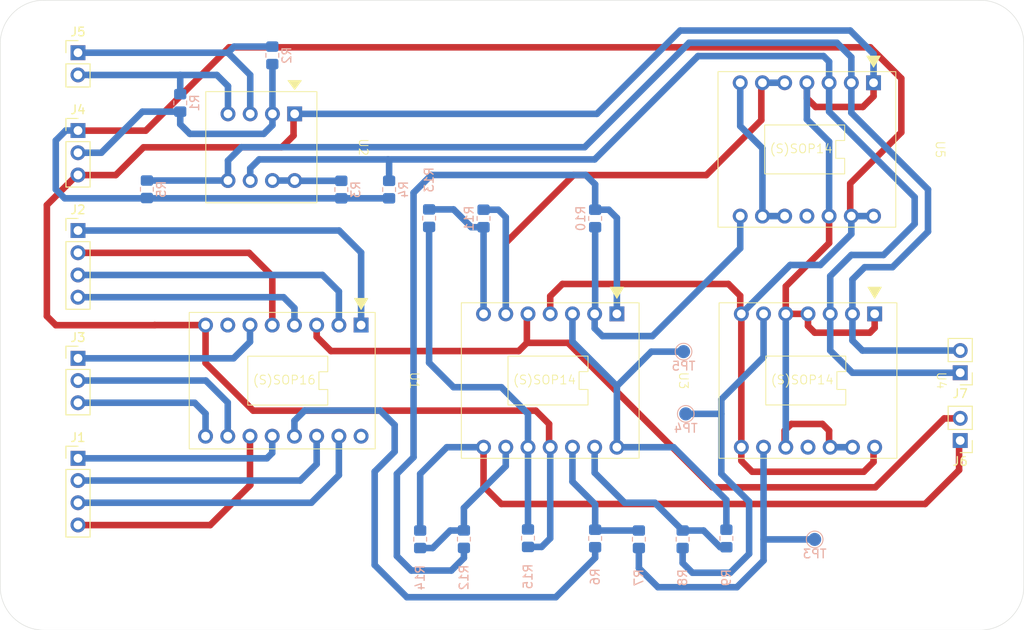
<source format=kicad_pcb>
(kicad_pcb (version 20241229) (generator "pcbnew") (generator_version "9.0")
  (layers (0 "F.Cu" signal) (2 "B.Cu" signal) (13 "F.Paste" user) (15 "B.Paste" user) (5 "F.SilkS" user "F.Silkscreen") (7 "B.SilkS" user "B.Silkscreen") (1 "F.Mask" user) (3 "B.Mask" user) (25 "Edge.Cuts" user))
  (net 0 "")
  (net 1 "+3.3V")
  (net 2 "GND")
  (net 3 "+3V3")
  (net 4 "Net-(U2-EN)")
  (net 5 "+5V")
  (net 6 "/Software Defined Instrumentation Amplifier/V_{offset+}")
  (net 7 "/Software Defined Instrumentation Amplifier/V_{offset-}")
  (net 8 "/S0A")
  (net 9 "/S3A")
  (net 10 "/S1A")
  (net 11 "/S2A")
  (net 12 "/S1B")
  (net 13 "/S3B")
  (net 14 "/S0B")
  (net 15 "/S2B")
  (net 16 "/SEL0")
  (net 17 "/~{EN}")
  (net 18 "/SEL1")
  (net 19 "/I2C_SCL_{1}")
  (net 20 "/I2C_SDA_{1}")
  (net 21 "/OUT+")
  (net 22 "/OUT-")
  (net 23 "/I2C_SCL_{1}_5V")
  (net 24 "/I2C_SDA_{1}_5V")
  (net 25 "Net-(U3D-+)")
  (net 26 "/SEN+")
  (net 27 "Net-(U3D--)")
  (net 28 "/Software Defined Instrumentation Amplifier/V_SENSOR_WITH_DC_OFFSET")
  (net 29 "Net-(R10-Pad1)")
  (net 30 "/Software Defined Instrumentation Amplifier/RGain+")
  (net 31 "Net-(R11-Pad2)")
  (net 32 "/Software Defined Instrumentation Amplifier/RGain-")
  (net 33 "Net-(U3C--)")
  (net 34 "Net-(U3C-+)")
  (net 37 "Net-(U5-P0B)")
  (footprint "Connector_PinHeader_2.54mm:PinHeader_1x04_P2.54mm_Vertical" (layer "F.Cu") (at 135.89 60.325)
    (property "Reference" "J2" (at 0 -2.38 0) (layer "F.SilkS"))
    (property "Value" "Conn_01x04_Pin")
    (pad "1" thru_hole rect (at 0 0) (size 1.7 1.7) (drill 1) (layers "*.Cu" "*.Mask") (net 14 "/S0B"))
    (pad "2" thru_hole circle (at 0 2.54) (size 1.7 1.7) (drill 1) (layers "*.Cu" "*.Mask") (net 12 "/S1B"))
    (pad "3" thru_hole circle (at 0 5.08) (size 1.7 1.7) (drill 1) (layers "*.Cu" "*.Mask") (net 15 "/S2B"))
    (pad "4" thru_hole circle (at 0 7.62) (size 1.7 1.7) (drill 1) (layers "*.Cu" "*.Mask") (net 13 "/S3B"))
  )
  (footprint "SOPBreakout:(S)SOP14" (layer "F.Cu") (at 219.202 51.054 -90)
    (property "Reference" "U5" (at 0 -15.24 270) (layer "F.SilkS") (effects (font (thickness 0.1))))
    (property "Value" "MCP4651T-503E_ST")
    (fp_text user "(S)SOP14" (at 0.508 4.318 0) (layer "F.SilkS") (effects (font (thickness 0.1)) (justify left bottom)))
    (pad "1" thru_hole rect (at -7.62 -7.62 270) (size 1.7 1.7) (drill 1) (layers "*.Cu" "*.Mask") (net 2 "GND"))
    (pad "2" thru_hole circle (at -7.62 -5.08 270) (size 1.7 1.7) (drill 1) (layers "*.Cu" "*.Mask") (net 23 "/I2C_SCL_{1}_5V"))
    (pad "3" thru_hole circle (at -7.62 -2.54 270) (size 1.7 1.7) (drill 1) (layers "*.Cu" "*.Mask") (net 24 "/I2C_SDA_{1}_5V"))
    (pad "4" thru_hole circle (at -7.62 0 270) (size 1.7 1.7) (drill 1) (layers "*.Cu" "*.Mask") (net 2 "GND"))
    (pad "5" thru_hole circle (at -7.62 2.54 270) (size 1.7 1.7) (drill 1) (layers "*.Cu" "*.Mask") (net 32 "/Software Defined Instrumentation Amplifier/RGain-"))
    (pad "6" thru_hole circle (at -7.62 5.08 270) (size 1.7 1.7) (drill 1) (layers "*.Cu" "*.Mask") (net 32 "/Software Defined Instrumentation Amplifier/RGain-"))
    (pad "7" thru_hole circle (at -7.62 7.62 270) (size 1.7 1.7) (drill 1) (layers "*.Cu" "*.Mask") (net 37 "Net-(U5-P0B)"))
    (pad "8" thru_hole circle (at 7.62 7.62 270) (size 1.7 1.7) (drill 1) (layers "*.Cu" "*.Mask") (net 30 "/Software Defined Instrumentation Amplifier/RGain+"))
    (pad "9" thru_hole circle (at 7.62 5.08 270) (size 1.7 1.7) (drill 1) (layers "*.Cu" "*.Mask") (net 37 "Net-(U5-P0B)"))
    (pad "10" thru_hole circle (at 7.62 2.54 270) (size 1.7 1.7) (drill 1) (layers "*.Cu" "*.Mask") (net 37 "Net-(U5-P0B)"))
    (pad "11" thru_hole circle (at 7.62 0 270) (size 1.7 1.7) (drill 1) (layers "*.Cu" "*.Mask"))
    (pad "12" thru_hole circle (at 7.62 -2.54 270) (size 1.7 1.7) (drill 1) (layers "*.Cu" "*.Mask") (net 2 "GND"))
    (pad "13" thru_hole circle (at 7.62 -5.08 270) (size 1.7 1.7) (drill 1) (layers "*.Cu" "*.Mask") (net 5 "+5V"))
    (pad "14" thru_hole circle (at 7.62 -7.62 270) (size 1.7 1.7) (drill 1) (layers "*.Cu" "*.Mask") (net 5 "+5V"))
  )
  (footprint "SOPBreakout:(S)SOP16" (layer "F.Cu") (at 159.3596 77.4816 -90)
    (property "Reference" "U1" (at 0 -14.986 270) (layer "F.SilkS") (effects (font (thickness 0.1))))
    (property "Value" "TMUX1309")
    (fp_text user "(S)SOP16" (at 0.508 3.556 0) (layer "F.SilkS") (effects (font (thickness 0.1)) (justify left bottom)))
    (pad "1" thru_hole rect (at -6.35 -8.89 270) (size 1.7 1.7) (drill 1) (layers "*.Cu" "*.Mask") (net 14 "/S0B"))
    (pad "2" thru_hole circle (at -6.35 -6.35 270) (size 1.7 1.7) (drill 1) (layers "*.Cu" "*.Mask") (net 15 "/S2B"))
    (pad "3" thru_hole circle (at -6.35 -3.81 270) (size 1.7 1.7) (drill 1) (layers "*.Cu" "*.Mask") (net 22 "/OUT-"))
    (pad "4" thru_hole circle (at -6.35 -1.27 270) (size 1.7 1.7) (drill 1) (layers "*.Cu" "*.Mask") (net 13 "/S3B"))
    (pad "5" thru_hole circle (at -6.35 1.27 270) (size 1.7 1.7) (drill 1) (layers "*.Cu" "*.Mask") (net 12 "/S1B"))
    (pad "6" thru_hole circle (at -6.35 3.81 270) (size 1.7 1.7) (drill 1) (layers "*.Cu" "*.Mask") (net 17 "/~{EN}"))
    (pad "7" thru_hole circle (at -6.35 6.35 270) (size 1.7 1.7) (drill 1) (layers "*.Cu" "*.Mask"))
    (pad "8" thru_hole circle (at -6.35 8.89 270) (size 1.7 1.7) (drill 1) (layers "*.Cu" "*.Mask") (net 2 "GND"))
    (pad "9" thru_hole circle (at 6.35 8.89 270) (size 1.7 1.7) (drill 1) (layers "*.Cu" "*.Mask") (net 18 "/SEL1"))
    (pad "10" thru_hole circle (at 6.35 6.35 270) (size 1.7 1.7) (drill 1) (layers "*.Cu" "*.Mask") (net 16 "/SEL0"))
    (pad "11" thru_hole circle (at 6.35 3.81 270) (size 1.7 1.7) (drill 1) (layers "*.Cu" "*.Mask") (net 9 "/S3A"))
    (pad "12" thru_hole circle (at 6.35 1.27 270) (size 1.7 1.7) (drill 1) (layers "*.Cu" "*.Mask") (net 8 "/S0A"))
    (pad "13" thru_hole circle (at 6.35 -1.27 270) (size 1.7 1.7) (drill 1) (layers "*.Cu" "*.Mask") (net 26 "/SEN+"))
    (pad "14" thru_hole circle (at 6.35 -3.81 270) (size 1.7 1.7) (drill 1) (layers "*.Cu" "*.Mask") (net 10 "/S1A"))
    (pad "15" thru_hole circle (at 6.35 -6.35 270) (size 1.7 1.7) (drill 1) (layers "*.Cu" "*.Mask") (net 11 "/S2A"))
    (pad "16" thru_hole circle (at 6.35 -8.89 270) (size 1.7 1.7) (drill 1) (layers "*.Cu" "*.Mask") (net 1 "+3.3V"))
  )
  (footprint "Connector_PinHeader_2.54mm:PinHeader_1x04_P2.54mm_Vertical" (layer "F.Cu") (at 135.89 86.36)
    (property "Reference" "J1" (at 0 -2.38 0) (layer "F.SilkS"))
    (property "Value" "Conn_01x04_Pin")
    (pad "1" thru_hole rect (at 0 0) (size 1.7 1.7) (drill 1) (layers "*.Cu" "*.Mask") (net 8 "/S0A"))
    (pad "2" thru_hole circle (at 0 2.54) (size 1.7 1.7) (drill 1) (layers "*.Cu" "*.Mask") (net 10 "/S1A"))
    (pad "3" thru_hole circle (at 0 5.08) (size 1.7 1.7) (drill 1) (layers "*.Cu" "*.Mask") (net 11 "/S2A"))
    (pad "4" thru_hole circle (at 0 7.62) (size 1.7 1.7) (drill 1) (layers "*.Cu" "*.Mask") (net 9 "/S3A"))
  )
  (footprint "SOPBreakout:(S)SOP14" (layer "F.Cu") (at 219.329 77.47 -90)
    (property "Reference" "U4" (at 0 -15.24 270) (layer "F.SilkS") (effects (font (thickness 0.1))))
    (property "Value" "MCP4651T-503E_ST")
    (fp_text user "(S)SOP14" (at 0.508 4.318 0) (layer "F.SilkS") (effects (font (thickness 0.1)) (justify left bottom)))
    (pad "1" thru_hole rect (at -7.62 -7.62 270) (size 1.7 1.7) (drill 1) (layers "*.Cu" "*.Mask") (net 2 "GND"))
    (pad "2" thru_hole circle (at -7.62 -5.08 270) (size 1.7 1.7) (drill 1) (layers "*.Cu" "*.Mask") (net 23 "/I2C_SCL_{1}_5V"))
    (pad "3" thru_hole circle (at -7.62 -2.54 270) (size 1.7 1.7) (drill 1) (layers "*.Cu" "*.Mask") (net 24 "/I2C_SDA_{1}_5V"))
    (pad "4" thru_hole circle (at -7.62 0 270) (size 1.7 1.7) (drill 1) (layers "*.Cu" "*.Mask") (net 2 "GND"))
    (pad "5" thru_hole circle (at -7.62 2.54 270) (size 1.7 1.7) (drill 1) (layers "*.Cu" "*.Mask") (net 2 "GND"))
    (pad "6" thru_hole circle (at -7.62 5.08 270) (size 1.7 1.7) (drill 1) (layers "*.Cu" "*.Mask") (net 7 "/Software Defined Instrumentation Amplifier/V_{offset-}"))
    (pad "7" thru_hole circle (at -7.62 7.62 270) (size 1.7 1.7) (drill 1) (layers "*.Cu" "*.Mask") (net 5 "+5V"))
    (pad "8" thru_hole circle (at 7.62 7.62 270) (size 1.7 1.7) (drill 1) (layers "*.Cu" "*.Mask") (net 5 "+5V"))
    (pad "9" thru_hole circle (at 7.62 5.08 270) (size 1.7 1.7) (drill 1) (layers "*.Cu" "*.Mask") (net 6 "/Software Defined Instrumentation Amplifier/V_{offset+}"))
    (pad "10" thru_hole circle (at 7.62 2.54 270) (size 1.7 1.7) (drill 1) (layers "*.Cu" "*.Mask") (net 2 "GND"))
    (pad "11" thru_hole circle (at 7.62 0 270) (size 1.7 1.7) (drill 1) (layers "*.Cu" "*.Mask"))
    (pad "12" thru_hole circle (at 7.62 -2.54 270) (size 1.7 1.7) (drill 1) (layers "*.Cu" "*.Mask") (net 2 "GND"))
    (pad "13" thru_hole circle (at 7.62 -5.08 270) (size 1.7 1.7) (drill 1) (layers "*.Cu" "*.Mask") (net 2 "GND"))
    (pad "14" thru_hole circle (at 7.62 -7.62 270) (size 1.7 1.7) (drill 1) (layers "*.Cu" "*.Mask") (net 5 "+5V"))
  )
  (footprint "Connector_PinHeader_2.54mm:PinHeader_1x03_P2.54mm_Vertical" (layer "F.Cu") (at 135.89 48.895)
    (property "Reference" "J4" (at 0 -2.38 0) (layer "F.SilkS"))
    (property "Value" "Conn_01x03_Pin")
    (pad "1" thru_hole rect (at 0 0) (size 1.7 1.7) (drill 1) (layers "*.Cu" "*.Mask") (net 5 "+5V"))
    (pad "2" thru_hole circle (at 0 2.54) (size 1.7 1.7) (drill 1) (layers "*.Cu" "*.Mask") (net 3 "+3V3"))
    (pad "3" thru_hole circle (at 0 5.08) (size 1.7 1.7) (drill 1) (layers "*.Cu" "*.Mask") (net 2 "GND"))
  )
  (footprint "Connector_PinHeader_2.54mm:PinHeader_1x02_P2.54mm_Vertical" (layer "F.Cu") (at 236.728 76.581 180)
    (property "Reference" "J7" (at 0 -2.38 0) (layer "F.SilkS"))
    (property "Value" "Conn_01x02_Pin")
    (pad "1" thru_hole rect (at 0 0 180) (size 1.7 1.7) (drill 1) (layers "*.Cu" "*.Mask") (net 24 "/I2C_SDA_{1}_5V"))
    (pad "2" thru_hole circle (at 0 2.54 180) (size 1.7 1.7) (drill 1) (layers "*.Cu" "*.Mask") (net 23 "/I2C_SCL_{1}_5V"))
  )
  (footprint "Connector_PinHeader_2.54mm:PinHeader_1x02_P2.54mm_Vertical" (layer "F.Cu") (at 236.728 84.328 180)
    (property "Reference" "J6" (at 0 -2.38 0) (layer "F.SilkS"))
    (property "Value" "Conn_01x02_Pin")
    (pad "1" thru_hole rect (at 0 0 180) (size 1.7 1.7) (drill 1) (layers "*.Cu" "*.Mask") (net 21 "/OUT+"))
    (pad "2" thru_hole circle (at 0 2.54 180) (size 1.7 1.7) (drill 1) (layers "*.Cu" "*.Mask") (net 22 "/OUT-"))
  )
  (footprint "SOPBreakout:(S)SOP14" (layer "F.Cu") (at 189.865 77.47 -90)
    (property "Reference" "U3" (at 0 -15.24 270) (layer "F.SilkS") (effects (font (thickness 0.1))))
    (property "Value" "LMV324")
    (fp_text user "(S)SOP14" (at 0.508 4.318 0) (layer "F.SilkS") (effects (font (thickness 0.1)) (justify left bottom)))
    (pad "1" thru_hole rect (at -7.62 -7.62 270) (size 1.7 1.7) (drill 1) (layers "*.Cu" "*.Mask") (net 29 "Net-(R10-Pad1)"))
    (pad "2" thru_hole circle (at -7.62 -5.08 270) (size 1.7 1.7) (drill 1) (layers "*.Cu" "*.Mask") (net 30 "/Software Defined Instrumentation Amplifier/RGain+"))
    (pad "3" thru_hole circle (at -7.62 -2.54 270) (size 1.7 1.7) (drill 1) (layers "*.Cu" "*.Mask") (net 28 "/Software Defined Instrumentation Amplifier/V_SENSOR_WITH_DC_OFFSET"))
    (pad "4" thru_hole circle (at -7.62 0 270) (size 1.7 1.7) (drill 1) (layers "*.Cu" "*.Mask") (net 5 "+5V"))
    (pad "5" thru_hole circle (at -7.62 2.54 270) (size 1.7 1.7) (drill 1) (layers "*.Cu" "*.Mask") (net 22 "/OUT-"))
    (pad "6" thru_hole circle (at -7.62 5.08 270) (size 1.7 1.7) (drill 1) (layers "*.Cu" "*.Mask") (net 32 "/Software Defined Instrumentation Amplifier/RGain-"))
    (pad "7" thru_hole circle (at -7.62 7.62 270) (size 1.7 1.7) (drill 1) (layers "*.Cu" "*.Mask") (net 31 "Net-(R11-Pad2)"))
    (pad "8" thru_hole circle (at 7.62 7.62 270) (size 1.7 1.7) (drill 1) (layers "*.Cu" "*.Mask") (net 21 "/OUT+"))
    (pad "9" thru_hole circle (at 7.62 5.08 270) (size 1.7 1.7) (drill 1) (layers "*.Cu" "*.Mask") (net 33 "Net-(U3C--)"))
    (pad "10" thru_hole circle (at 7.62 2.54 270) (size 1.7 1.7) (drill 1) (layers "*.Cu" "*.Mask") (net 34 "Net-(U3C-+)"))
    (pad "11" thru_hole circle (at 7.62 0 270) (size 1.7 1.7) (drill 1) (layers "*.Cu" "*.Mask") (net 2 "GND"))
    (pad "12" thru_hole circle (at 7.62 -2.54 270) (size 1.7 1.7) (drill 1) (layers "*.Cu" "*.Mask") (net 25 "Net-(U3D-+)"))
    (pad "13" thru_hole circle (at 7.62 -5.08 270) (size 1.7 1.7) (drill 1) (layers "*.Cu" "*.Mask") (net 27 "Net-(U3D--)"))
    (pad "14" thru_hole circle (at 7.62 -7.62 270) (size 1.7 1.7) (drill 1) (layers "*.Cu" "*.Mask") (net 28 "/Software Defined Instrumentation Amplifier/V_SENSOR_WITH_DC_OFFSET"))
  )
  (footprint "Connector_PinHeader_2.54mm:PinHeader_1x03_P2.54mm_Vertical" (layer "F.Cu") (at 135.89 74.93)
    (property "Reference" "J3" (at 0 -2.38 0) (layer "F.SilkS"))
    (property "Value" "Conn_01x03_Pin")
    (pad "1" thru_hole rect (at 0 0) (size 1.7 1.7) (drill 1) (layers "*.Cu" "*.Mask") (net 17 "/~{EN}"))
    (pad "2" thru_hole circle (at 0 2.54) (size 1.7 1.7) (drill 1) (layers "*.Cu" "*.Mask") (net 16 "/SEL0"))
    (pad "3" thru_hole circle (at 0 5.08) (size 1.7 1.7) (drill 1) (layers "*.Cu" "*.Mask") (net 18 "/SEL1"))
  )
  (footprint "Connector_PinHeader_2.54mm:PinHeader_1x02_P2.54mm_Vertical" (layer "F.Cu") (at 135.89 40)
    (property "Reference" "J5" (at 0 -2.38 0) (layer "F.SilkS"))
    (property "Value" "Conn_01x02_Pin")
    (pad "1" thru_hole rect (at 0 0) (size 1.7 1.7) (drill 1) (layers "*.Cu" "*.Mask") (net 20 "/I2C_SDA_{1}"))
    (pad "2" thru_hole circle (at 0 2.54) (size 1.7 1.7) (drill 1) (layers "*.Cu" "*.Mask") (net 19 "/I2C_SCL_{1}"))
  )
  (footprint "SOPBreakout:(S)SOP8" (layer "F.Cu") (at 156.845 50.8 -90)
    (property "Reference" "U2" (at 0 -11.66 270) (layer "F.SilkS") (effects (font (thickness 0.1))))
    (property "Value" "LSF0102")
    (pad "1" thru_hole rect (at -3.81 -3.81 270) (size 1.7 1.7) (drill 1) (layers "*.Cu" "*.Mask") (net 2 "GND"))
    (pad "2" thru_hole circle (at -3.81 -1.27 270) (size 1.7 1.7) (drill 1) (layers "*.Cu" "*.Mask") (net 3 "+3V3"))
    (pad "3" thru_hole circle (at -3.81 1.27 270) (size 1.7 1.7) (drill 1) (layers "*.Cu" "*.Mask") (net 20 "/I2C_SDA_{1}"))
    (pad "4" thru_hole circle (at -3.81 3.81 270) (size 1.7 1.7) (drill 1) (layers "*.Cu" "*.Mask") (net 19 "/I2C_SCL_{1}"))
    (pad "5" thru_hole circle (at 3.81 3.81 270) (size 1.7 1.7) (drill 1) (layers "*.Cu" "*.Mask") (net 23 "/I2C_SCL_{1}_5V"))
    (pad "6" thru_hole circle (at 3.81 1.27 270) (size 1.7 1.7) (drill 1) (layers "*.Cu" "*.Mask") (net 24 "/I2C_SDA_{1}_5V"))
    (pad "7" thru_hole circle (at 3.81 -1.27 270) (size 1.7 1.7) (drill 1) (layers "*.Cu" "*.Mask") (net 4 "Net-(U2-EN)"))
    (pad "8" thru_hole circle (at 3.81 -3.81 270) (size 1.7 1.7) (drill 1) (layers "*.Cu" "*.Mask") (net 4 "Net-(U2-EN)"))
  )
  (footprint "Resistor_SMD:R_0805_2012Metric_Pad1.20x1.40mm_HandSolder" (layer "B.Cu") (at 158.1 40.3 90)
    (property "Reference" "R2" (at 0 1.65 90) (layer "B.SilkS") (effects (justify mirror)))
    (property "Value" "4k")
    (pad "1" smd roundrect (at -1 0 90) (size 1.2 1.4) (layers "B.Cu" "B.Mask" "B.Paste") (roundrect_rratio 0.208333) (net 3 "+3V3"))
    (pad "2" smd roundrect (at 1 0 90) (size 1.2 1.4) (layers "B.Cu" "B.Mask" "B.Paste") (roundrect_rratio 0.208333) (net 20 "/I2C_SDA_{1}"))
  )
  (footprint "TestPoint:TestPoint_Pad_D1.5mm" (layer "B.Cu") (at 205.359 81.28)
    (property "Reference" "TP4" (at 0 1.648 180) (layer "B.SilkS") (effects (justify mirror)))
    (property "Value" "TestPoint_Small")
    (pad "1" smd circle (at 0 0) (size 1.5 1.5) (layers "B.Cu" "B.Mask") (net 7 "/Software Defined Instrumentation Amplifier/V_{offset-}"))
  )
  (footprint "Resistor_SMD:R_0805_2012Metric_Pad1.20x1.40mm_HandSolder" (layer "B.Cu") (at 195 58.944 -90)
    (property "Reference" "R10" (at 0 1.65 90) (layer "B.SilkS") (effects (justify mirror)))
    (property "Value" "10k")
    (pad "1" smd roundrect (at -1 0 270) (size 1.2 1.4) (layers "B.Cu" "B.Mask" "B.Paste") (roundrect_rratio 0.208333) (net 29 "Net-(R10-Pad1)"))
    (pad "2" smd roundrect (at 1 0 270) (size 1.2 1.4) (layers "B.Cu" "B.Mask" "B.Paste") (roundrect_rratio 0.208333) (net 30 "/Software Defined Instrumentation Amplifier/RGain+"))
  )
  (footprint "Resistor_SMD:R_0805_2012Metric_Pad1.20x1.40mm_HandSolder" (layer "B.Cu") (at 180 95.6 90)
    (property "Reference" "R12" (at -4.385 0 90) (layer "B.SilkS") (effects (justify mirror)))
    (property "Value" "10k")
    (pad "1" smd roundrect (at -1 0 90) (size 1.2 1.4) (layers "B.Cu" "B.Mask" "B.Paste") (roundrect_rratio 0.208333) (net 29 "Net-(R10-Pad1)"))
    (pad "2" smd roundrect (at 1 0 90) (size 1.2 1.4) (layers "B.Cu" "B.Mask" "B.Paste") (roundrect_rratio 0.208333) (net 33 "Net-(U3C--)"))
  )
  (footprint "TestPoint:TestPoint_Pad_D1.5mm" (layer "B.Cu") (at 205.105 74.168)
    (property "Reference" "TP5" (at 0 1.648 180) (layer "B.SilkS") (effects (justify mirror)))
    (property "Value" "TestPoint_Small")
    (pad "1" smd circle (at 0 0) (size 1.5 1.5) (layers "B.Cu" "B.Mask") (net 28 "/Software Defined Instrumentation Amplifier/V_SENSOR_WITH_DC_OFFSET"))
  )
  (footprint "Resistor_SMD:R_0805_2012Metric_Pad1.20x1.40mm_HandSolder" (layer "B.Cu") (at 182.245 58.944 -90)
    (property "Reference" "R11" (at 0 1.65 90) (layer "B.SilkS") (effects (justify mirror)))
    (property "Value" "10k")
    (pad "1" smd roundrect (at -1 0 270) (size 1.2 1.4) (layers "B.Cu" "B.Mask" "B.Paste") (roundrect_rratio 0.208333) (net 32 "/Software Defined Instrumentation Amplifier/RGain-"))
    (pad "2" smd roundrect (at 1 0 270) (size 1.2 1.4) (layers "B.Cu" "B.Mask" "B.Paste") (roundrect_rratio 0.208333) (net 31 "Net-(R11-Pad2)"))
  )
  (footprint "TestPoint:TestPoint_Pad_D1.5mm" (layer "B.Cu") (at 220.091 95.631)
    (property "Reference" "TP3" (at 0 1.648 180) (layer "B.SilkS") (effects (justify mirror)))
    (property "Value" "TestPoint_Small")
    (pad "1" smd circle (at 0 0) (size 1.5 1.5) (layers "B.Cu" "B.Mask") (net 6 "/Software Defined Instrumentation Amplifier/V_{offset+}"))
  )
  (footprint "Resistor_SMD:R_0805_2012Metric_Pad1.20x1.40mm_HandSolder" (layer "B.Cu") (at 165.989 55.642 90)
    (property "Reference" "R3" (at 0 1.65 90) (layer "B.SilkS") (effects (justify mirror)))
    (property "Value" "200k")
    (pad "1" smd roundrect (at -1 0 90) (size 1.2 1.4) (layers "B.Cu" "B.Mask" "B.Paste") (roundrect_rratio 0.208333) (net 5 "+5V"))
    (pad "2" smd roundrect (at 1 0 90) (size 1.2 1.4) (layers "B.Cu" "B.Mask" "B.Paste") (roundrect_rratio 0.208333) (net 4 "Net-(U2-EN)"))
  )
  (footprint "Resistor_SMD:R_0805_2012Metric_Pad1.20x1.40mm_HandSolder" (layer "B.Cu") (at 176.022 58.912 -90)
    (property "Reference" "R13" (at -4.385 0 90) (layer "B.SilkS") (effects (justify mirror)))
    (property "Value" "10k")
    (pad "1" smd roundrect (at -1 0 270) (size 1.2 1.4) (layers "B.Cu" "B.Mask" "B.Paste") (roundrect_rratio 0.208333) (net 31 "Net-(R11-Pad2)"))
    (pad "2" smd roundrect (at 1 0 270) (size 1.2 1.4) (layers "B.Cu" "B.Mask" "B.Paste") (roundrect_rratio 0.208333) (net 34 "Net-(U3C-+)"))
  )
  (footprint "Resistor_SMD:R_0805_2012Metric_Pad1.20x1.40mm_HandSolder" (layer "B.Cu") (at 171.45 55.642 90)
    (property "Reference" "R4" (at 0 1.65 90) (layer "B.SilkS") (effects (justify mirror)))
    (property "Value" "4k")
    (pad "1" smd roundrect (at -1 0 90) (size 1.2 1.4) (layers "B.Cu" "B.Mask" "B.Paste") (roundrect_rratio 0.208333) (net 5 "+5V"))
    (pad "2" smd roundrect (at 1 0 90) (size 1.2 1.4) (layers "B.Cu" "B.Mask" "B.Paste") (roundrect_rratio 0.208333) (net 24 "/I2C_SDA_{1}_5V"))
  )
  (footprint "Resistor_SMD:R_0805_2012Metric_Pad1.20x1.40mm_HandSolder" (layer "B.Cu") (at 175 95.615 90)
    (property "Reference" "R14" (at -4.385 0 90) (layer "B.SilkS") (effects (justify mirror)))
    (property "Value" "10k")
    (pad "1" smd roundrect (at -1 0 90) (size 1.2 1.4) (layers "B.Cu" "B.Mask" "B.Paste") (roundrect_rratio 0.208333) (net 33 "Net-(U3C--)"))
    (pad "2" smd roundrect (at 1 0 90) (size 1.2 1.4) (layers "B.Cu" "B.Mask" "B.Paste") (roundrect_rratio 0.208333) (net 21 "/OUT+"))
  )
  (footprint "Resistor_SMD:R_0805_2012Metric_Pad1.20x1.40mm_HandSolder" (layer "B.Cu") (at 187.325 95.488 -90)
    (property "Reference" "R15" (at 4.385 0 90) (layer "B.SilkS") (effects (justify mirror)))
    (property "Value" "10k")
    (pad "1" smd roundrect (at -1 0 270) (size 1.2 1.4) (layers "B.Cu" "B.Mask" "B.Paste") (roundrect_rratio 0.208333) (net 34 "Net-(U3C-+)"))
    (pad "2" smd roundrect (at 1 0 270) (size 1.2 1.4) (layers "B.Cu" "B.Mask" "B.Paste") (roundrect_rratio 0.208333) (net 2 "GND"))
  )
  (footprint "Resistor_SMD:R_0805_2012Metric_Pad1.20x1.40mm_HandSolder" (layer "B.Cu") (at 205 95.615 90)
    (property "Reference" "R8" (at -4.385 0 90) (layer "B.SilkS") (effects (justify mirror)))
    (property "Value" "10k")
    (pad "1" smd roundrect (at -1 0 90) (size 1.2 1.4) (layers "B.Cu" "B.Mask" "B.Paste") (roundrect_rratio 0.208333) (net 7 "/Software Defined Instrumentation Amplifier/V_{offset-}"))
    (pad "2" smd roundrect (at 1 0 90) (size 1.2 1.4) (layers "B.Cu" "B.Mask" "B.Paste") (roundrect_rratio 0.208333) (net 27 "Net-(U3D--)"))
  )
  (footprint "Resistor_SMD:R_0805_2012Metric_Pad1.20x1.40mm_HandSolder" (layer "B.Cu") (at 147.574 45.736 90)
    (property "Reference" "R1" (at 0 1.65 90) (layer "B.SilkS") (effects (justify mirror)))
    (property "Value" "4k")
    (pad "1" smd roundrect (at -1 0 90) (size 1.2 1.4) (layers "B.Cu" "B.Mask" "B.Paste") (roundrect_rratio 0.208333) (net 3 "+3V3"))
    (pad "2" smd roundrect (at 1 0 90) (size 1.2 1.4) (layers "B.Cu" "B.Mask" "B.Paste") (roundrect_rratio 0.208333) (net 19 "/I2C_SCL_{1}"))
  )
  (footprint "Resistor_SMD:R_0805_2012Metric_Pad1.20x1.40mm_HandSolder" (layer "B.Cu") (at 195 95.52 90)
    (property "Reference" "R6" (at -4.385 0 90) (layer "B.SilkS") (effects (justify mirror)))
    (property "Value" "10k")
    (pad "1" smd roundrect (at -1 0 90) (size 1.2 1.4) (layers "B.Cu" "B.Mask" "B.Paste") (roundrect_rratio 0.208333) (net 26 "/SEN+"))
    (pad "2" smd roundrect (at 1 0 90) (size 1.2 1.4) (layers "B.Cu" "B.Mask" "B.Paste") (roundrect_rratio 0.208333) (net 25 "Net-(U3D-+)"))
  )
  (footprint "Resistor_SMD:R_0805_2012Metric_Pad1.20x1.40mm_HandSolder" (layer "B.Cu") (at 210 95.52 90)
    (property "Reference" "R9" (at -4.48 0 90) (layer "B.SilkS") (effects (justify mirror)))
    (property "Value" "10k")
    (pad "1" smd roundrect (at -1 0 90) (size 1.2 1.4) (layers "B.Cu" "B.Mask" "B.Paste") (roundrect_rratio 0.208333) (net 27 "Net-(U3D--)"))
    (pad "2" smd roundrect (at 1 0 90) (size 1.2 1.4) (layers "B.Cu" "B.Mask" "B.Paste") (roundrect_rratio 0.208333) (net 28 "/Software Defined Instrumentation Amplifier/V_SENSOR_WITH_DC_OFFSET"))
  )
  (footprint "Resistor_SMD:R_0805_2012Metric_Pad1.20x1.40mm_HandSolder" (layer "B.Cu") (at 200 95.615 90)
    (property "Reference" "R7" (at -4.385 0 90) (layer "B.SilkS") (effects (justify mirror)))
    (property "Value" "10k")
    (pad "1" smd roundrect (at -1 0 90) (size 1.2 1.4) (layers "B.Cu" "B.Mask" "B.Paste") (roundrect_rratio 0.208333) (net 6 "/Software Defined Instrumentation Amplifier/V_{offset+}"))
    (pad "2" smd roundrect (at 1 0 90) (size 1.2 1.4) (layers "B.Cu" "B.Mask" "B.Paste") (roundrect_rratio 0.208333) (net 25 "Net-(U3D-+)"))
  )
  (footprint "Resistor_SMD:R_0805_2012Metric_Pad1.20x1.40mm_HandSolder" (layer "B.Cu") (at 143.764 55.61 90)
    (property "Reference" "R5" (at 0 1.65 90) (layer "B.SilkS") (effects (justify mirror)))
    (property "Value" "4k")
    (pad "1" smd roundrect (at -1 0 90) (size 1.2 1.4) (layers "B.Cu" "B.Mask" "B.Paste") (roundrect_rratio 0.208333) (net 5 "+5V"))
    (pad "2" smd roundrect (at 1 0 90) (size 1.2 1.4) (layers "B.Cu" "B.Mask" "B.Paste") (roundrect_rratio 0.208333) (net 23 "/I2C_SCL_{1}_5V"))
  )
  (gr_arc (start 132 106) (mid 128.464466 104.535534) (end 127 101) (stroke (width 0.05)) (layer "Edge.Cuts"))
  (gr_arc (start 239 34) (mid 242.535534 35.464466) (end 244 39) (stroke (width 0.05)) (layer "Edge.Cuts"))
  (gr_arc (start 244 101) (mid 242.535534 104.535534) (end 239 106) (stroke (width 0.05)) (layer "Edge.Cuts"))
  (gr_arc (start 127 39) (mid 128.464466 35.464466) (end 132 34) (stroke (width 0.05)) (layer "Edge.Cuts"))
  (gr_line (start 132 34) (end 239 34) (stroke (width 0.05)) (layer "Edge.Cuts"))
  (gr_line (start 244 39) (end 244 101) (stroke (width 0.05)) (layer "Edge.Cuts"))
  (gr_line (start 127 101) (end 127 39) (stroke (width 0.05)) (layer "Edge.Cuts"))
  (gr_line (start 239 106) (end 132 106) (stroke (width 0.05)) (layer "Edge.Cuts"))
  (segment (start 216.661 83.197) (end 217.423 82.435) (width 0.75) (layer "F.Cu") (net 2))
  (segment (start 219.329 69.85) (end 216.789 69.85) (width 0.75) (layer "F.Cu") (net 2))
  (segment (start 144.6436 71.1436) (end 144.6556 71.1316) (width 0.75) (layer "F.Cu") (net 2))
  (segment (start 216.789 69.85) (end 216.789 66.711) (width 0.75) (layer "F.Cu") (net 2))
  (segment (start 132.333 57.416) (end 132.333 70.116) (width 0.75) (layer "F.Cu") (net 2))
  (segment (start 189.737 82.435) (end 189.737 85.102) (width 0.75) (layer "F.Cu") (net 2))
  (segment (start 221.741 83.197) (end 221.741 85.102) (width 0.75) (layer "F.Cu") (net 2))
  (segment (start 140.207 53.987) (end 135.762 53.987) (width 0.75) (layer "F.Cu") (net 2))
  (segment (start 155.911 80.911) (end 188.213 80.911) (width 0.75) (layer "F.Cu") (net 2))
  (segment (start 216.661 85.102) (end 216.661 83.197) (width 0.75) (layer "F.Cu") (net 2))
  (segment (start 143.382 50.812) (end 140.207 53.987) (width 0.75) (layer "F.Cu") (net 2))
  (segment (start 219.329 71.229) (end 219.329 69.85) (width 0.75) (layer "F.Cu") (net 2))
  (segment (start 226.949 71.451) (end 226.4 72) (width 0.75) (layer "F.Cu") (net 2))
  (segment (start 226.822 43.434) (end 226.822 44.978) (width 0.75) (layer "F.Cu") (net 2))
  (segment (start 220.1 72) (end 219.329 71.229) (width 0.75) (layer "F.Cu") (net 2))
  (segment (start 225.6 46.2) (end 220.2 46.2) (width 0.75) (layer "F.Cu") (net 2))
  (segment (start 226.822 44.978) (end 225.6 46.2) (width 0.75) (layer "F.Cu") (net 2))
  (segment (start 160.527 49.473) (end 159.188 50.812) (width 0.75) (layer "F.Cu") (net 2))
  (segment (start 219.2 43.436) (end 219.202 43.434) (width 0.75) (layer "F.Cu") (net 2))
  (segment (start 159.188 50.812) (end 143.382 50.812) (width 0.75) (layer "F.Cu") (net 2))
  (segment (start 226.949 69.85) (end 226.949 71.451) (width 0.75) (layer "F.Cu") (net 2))
  (segment (start 226.4 72) (end 220.1 72) (width 0.75) (layer "F.Cu") (net 2))
  (segment (start 216.789 66.711) (end 221.742 61.758) (width 0.75) (layer "F.Cu") (net 2))
  (segment (start 144.6556 71.1316) (end 150.4696 71.1316) (width 0.75) (layer "F.Cu") (net 2))
  (segment (start 220.979 82.435) (end 221.741 83.197) (width 0.75) (layer "F.Cu") (net 2))
  (segment (start 135.762 53.987) (end 132.333 57.416) (width 0.75) (layer "F.Cu") (net 2))
  (segment (start 219.2 45.2) (end 219.2 43.436) (width 0.75) (layer "F.Cu") (net 2))
  (segment (start 133.3606 71.1436) (end 144.6436 71.1436) (width 0.75) (layer "F.Cu") (net 2))
  (segment (start 217.423 82.435) (end 220.979 82.435) (width 0.75) (layer "F.Cu") (net 2))
  (segment (start 220.2 46.2) (end 219.2 45.2) (width 0.75) (layer "F.Cu") (net 2))
  (segment (start 221.742 61.758) (end 221.742 58.674) (width 0.75) (layer "F.Cu") (net 2))
  (segment (start 160.527 47.002) (end 160.527 49.473) (width 0.75) (layer "F.Cu") (net 2))
  (segment (start 132.333 70.116) (end 133.3606 71.1436) (width 0.75) (layer "F.Cu") (net 2))
  (segment (start 150.4696 75.4696) (end 155.911 80.911) (width 0.75) (layer "F.Cu") (net 2))
  (segment (start 188.213 80.911) (end 189.737 82.435) (width 0.75) (layer "F.Cu") (net 2))
  (segment (start 150.4696 71.1316) (end 150.4696 75.4696) (width 0.75) (layer "F.Cu") (net 2))
  (segment (start 189.865 95.504) (end 189.865 85.09) (width 0.75) (layer "B.Cu") (net 2))
  (segment (start 224.155 37.465) (end 226.822 40.132) (width 0.75) (layer "B.Cu") (net 2))
  (segment (start 195.199 46.99) (end 204.724 37.465) (width 0.75) (layer "B.Cu") (net 2))
  (segment (start 221.742 50.165) (end 221.742 58.674) (width 0.75) (layer "B.Cu") (net 2))
  (segment (start 219.202 47.625) (end 221.742 50.165) (width 0.75) (layer "B.Cu") (net 2))
  (segment (start 187.325 96.488) (end 188.881 96.488) (width 0.75) (layer "B.Cu") (net 2))
  (segment (start 224.409 85.09) (end 221.869 85.09) (width 0.75) (layer "B.Cu") (net 2))
  (segment (start 226.822 40.132) (end 226.822 43.434) (width 0.75) (layer "B.Cu") (net 2))
  (segment (start 216.789 85.09) (end 216.789 69.85) (width 0.75) (layer "B.Cu") (net 2))
  (segment (start 188.881 96.488) (end 189.865 95.504) (width 0.75) (layer "B.Cu") (net 2))
  (segment (start 219.202 43.434) (end 219.202 47.625) (width 0.75) (layer "B.Cu") (net 2))
  (segment (start 204.724 37.465) (end 224.155 37.465) (width 0.75) (layer "B.Cu") (net 2))
  (segment (start 160.655 46.99) (end 195.199 46.99) (width 0.75) (layer "B.Cu") (net 2))
  (segment (start 158.115 41.315) (end 158.1 41.3) (width 0.75) (layer "B.Cu") (net 3))
  (segment (start 147.574 48.174) (end 148.676 49.276) (width 0.75) (layer "B.Cu") (net 3))
  (segment (start 147.574 46.736) (end 147.574 48.174) (width 0.75) (layer "B.Cu") (net 3))
  (segment (start 158.115 48.285) (end 158.115 46.99) (width 0.75) (layer "B.Cu") (net 3))
  (segment (start 143.256 46.736) (end 138.557 51.435) (width 0.75) (layer "B.Cu") (net 3))
  (segment (start 148.676 49.276) (end 157.124 49.276) (width 0.75) (layer "B.Cu") (net 3))
  (segment (start 158.115 46.99) (end 158.115 41.315) (width 0.75) (layer "B.Cu") (net 3))
  (segment (start 157.124 49.276) (end 158.115 48.285) (width 0.75) (layer "B.Cu") (net 3))
  (segment (start 138.557 51.435) (end 135.89 51.435) (width 0.75) (layer "B.Cu") (net 3))
  (segment (start 147.574 46.736) (end 143.256 46.736) (width 0.75) (layer "B.Cu") (net 3))
  (segment (start 165.989 54.642) (end 160.687 54.642) (width 0.75) (layer "B.Cu") (net 4))
  (segment (start 160.655 54.61) (end 158.115 54.61) (width 0.75) (layer "B.Cu") (net 4))
  (segment (start 160.687 54.642) (end 160.655 54.61) (width 0.75) (layer "B.Cu") (net 4))
  (segment (start 153.161 39.382) (end 143.636 48.907) (width 0.75) (layer "F.Cu") (net 5))
  (segment (start 191.261 66.433) (end 189.865 67.829) (width 0.75) (layer "F.Cu") (net 5))
  (segment (start 225.704 87.896) (end 212.952 87.896) (width 0.75) (layer "F.Cu") (net 5))
  (segment (start 229.996 42.938) (end 226.44 39.382) (width 0.75) (layer "F.Cu") (net 5))
  (segment (start 224.154 58.686) (end 224.154 54.946) (width 0.75) (layer "F.Cu") (net 5))
  (segment (start 211.709 85.09) (end 211.709 69.85) (width 0.75) (layer "F.Cu") (net 5))
  (segment (start 211.581 69.862) (end 211.581 67.781) (width 0.75) (layer "F.Cu") (net 5))
  (segment (start 212.952 87.896) (end 211.837 86.781) (width 0.75) (layer "F.Cu") (net 5))
  (segment (start 189.865 67.829) (end 189.865 69.85) (width 0.75) (layer "F.Cu") (net 5))
  (segment (start 210.233 66.433) (end 191.261 66.433) (width 0.75) (layer "F.Cu") (net 5))
  (segment (start 211.581 67.781) (end 210.233 66.433) (width 0.75) (layer "F.Cu") (net 5))
  (segment (start 226.821 85.102) (end 226.821 86.779) (width 0.75) (layer "F.Cu") (net 5))
  (segment (start 226.44 39.382) (end 153.161 39.382) (width 0.75) (layer "F.Cu") (net 5))
  (segment (start 211.709 86.653) (end 211.709 85.09) (width 0.75) (layer "F.Cu") (net 5))
  (segment (start 229.996 49.104) (end 229.996 42.938) (width 0.75) (layer "F.Cu") (net 5))
  (segment (start 224.154 54.946) (end 229.996 49.104) (width 0.75) (layer "F.Cu") (net 5))
  (segment (start 226.821 86.779) (end 225.704 87.896) (width 0.75) (layer "F.Cu") (net 5))
  (segment (start 143.636 48.907) (end 135.762 48.907) (width 0.75) (layer "F.Cu") (net 5))
  (segment (start 133.35 50.038) (end 133.35 55.626) (width 0.75) (layer "B.Cu") (net 5))
  (segment (start 135.89 48.895) (end 134.493 48.895) (width 0.75) (layer "B.Cu") (net 5))
  (segment (start 165.989 56.642) (end 171.45 56.642) (width 0.75) (layer "B.Cu") (net 5))
  (segment (start 133.35 55.626) (end 134.366 56.642) (width 0.75) (layer "B.Cu") (net 5))
  (segment (start 224.282 58.674) (end 224.282 60.718) (width 0.75) (layer "B.Cu") (net 5))
  (segment (start 226.822 58.674) (end 224.282 58.674) (width 0.75) (layer "B.Cu") (net 5))
  (segment (start 217.297 64.262) (end 211.709 69.85) (width 0.75) (layer "B.Cu") (net 5))
  (segment (start 224.282 60.718) (end 220.738 64.262) (width 0.75) (layer "B.Cu") (net 5))
  (segment (start 134.493 48.895) (end 133.35 50.038) (width 0.75) (layer "B.Cu") (net 5))
  (segment (start 134.366 56.642) (end 165.989 56.642) (width 0.75) (layer "B.Cu") (net 5))
  (segment (start 220.738 64.262) (end 217.297 64.262) (width 0.75) (layer "B.Cu") (net 5))
  (segment (start 202.184 101.092) (end 200 98.908) (width 0.75) (layer "B.Cu") (net 6))
  (segment (start 220.091 95.631) (end 214.249 95.631) (width 0.75) (layer "B.Cu") (net 6))
  (segment (start 211.201 101.092) (end 202.184 101.092) (width 0.75) (layer "B.Cu") (net 6))
  (segment (start 214.249 85.09) (end 214.249 98.044) (width 0.75) (layer "B.Cu") (net 6))
  (segment (start 214.249 98.044) (end 211.201 101.092) (width 0.75) (layer "B.Cu") (net 6))
  (segment (start 200 98.908) (end 200 96.615) (width 0.75) (layer "B.Cu") (net 6))
  (segment (start 210.439 99.441) (end 206.121 99.441) (width 0.75) (layer "B.Cu") (net 7))
  (segment (start 205.359 81.28) (end 209.423 81.28) (width 0.75) (layer "B.Cu") (net 7))
  (segment (start 212.598 91.313) (end 212.598 97.282) (width 0.75) (layer "B.Cu") (net 7))
  (segment (start 205 98.32) (end 205 96.615) (width 0.75) (layer "B.Cu") (net 7))
  (segment (start 214.249 74.803) (end 209.423 79.629) (width 0.75) (layer "B.Cu") (net 7))
  (segment (start 209.423 81.28) (end 209.423 88.138) (width 0.75) (layer "B.Cu") (net 7))
  (segment (start 206.121 99.441) (end 205 98.32) (width 0.75) (layer "B.Cu") (net 7))
  (segment (start 209.423 88.138) (end 212.598 91.313) (width 0.75) (layer "B.Cu") (net 7))
  (segment (start 209.423 79.629) (end 209.423 81.28) (width 0.75) (layer "B.Cu") (net 7))
  (segment (start 214.249 69.85) (end 214.249 74.803) (width 0.75) (layer "B.Cu") (net 7))
  (segment (start 212.598 97.282) (end 210.439 99.441) (width 0.75) (layer "B.Cu") (net 7))
  (segment (start 135.89 86.36) (end 157.48 86.36) (width 0.75) (layer "B.Cu") (net 8))
  (segment (start 157.48 86.36) (end 158.0896 85.7504) (width 0.75) (layer "B.Cu") (net 8))
  (segment (start 158.0896 85.7504) (end 158.0896 83.8316) (width 0.75) (layer "B.Cu") (net 8))
  (segment (start 155.5496 89.4444) (end 155.397 89.597) (width 0.75) (layer "F.Cu") (net 9))
  (segment (start 155.397 89.597) (end 155.6 89.394) (width 0.75) (layer "F.Cu") (net 9))
  (segment (start 155.5496 83.8316) (end 155.5496 89.4444) (width 0.75) (layer "F.Cu") (net 9))
  (segment (start 151.002 93.992) (end 155.397 89.597) (width 0.75) (layer "F.Cu") (net 9))
  (segment (start 135.762 93.992) (end 151.002 93.992) (width 0.75) (layer "F.Cu") (net 9))
  (segment (start 161.29 88.9) (end 163.1696 87.0204) (width 0.75) (layer "B.Cu") (net 10))
  (segment (start 163.1696 87.0204) (end 163.1696 83.8316) (width 0.75) (layer "B.Cu") (net 10))
  (segment (start 135.89 88.9) (end 161.29 88.9) (width 0.75) (layer "B.Cu") (net 10))
  (segment (start 135.89 91.44) (end 162.56 91.44) (width 0.75) (layer "B.Cu") (net 11))
  (segment (start 162.56 91.44) (end 165.7096 88.2904) (width 0.75) (layer "B.Cu") (net 11))
  (segment (start 165.7096 88.2904) (end 165.7096 83.8316) (width 0.75) (layer "B.Cu") (net 11))
  (segment (start 158.1 65.53) (end 155.447 62.877) (width 0.75) (layer "F.Cu") (net 12))
  (segment (start 158.1 71.0052) (end 158.1 65.53) (width 0.75) (layer "F.Cu") (net 12))
  (segment (start 155.447 62.877) (end 135.762 62.877) (width 0.75) (layer "F.Cu") (net 12))
  (segment (start 135.89 67.945) (end 159.385 67.945) (width 0.75) (layer "B.Cu") (net 13))
  (segment (start 160.6296 69.1896) (end 160.6296 71.1316) (width 0.75) (layer "B.Cu") (net 13))
  (segment (start 159.385 67.945) (end 160.6296 69.1896) (width 0.75) (layer "B.Cu") (net 13))
  (segment (start 165.735 60.325) (end 168.2496 62.8396) (width 0.75) (layer "B.Cu") (net 14))
  (segment (start 168.2496 62.8396) (end 168.2496 71.1316) (width 0.75) (layer "B.Cu") (net 14))
  (segment (start 135.89 60.325) (end 165.735 60.325) (width 0.75) (layer "B.Cu") (net 14))
  (segment (start 165.7096 67.2846) (end 165.7096 71.1316) (width 0.75) (layer "B.Cu") (net 15))
  (segment (start 163.83 65.405) (end 165.7096 67.2846) (width 0.75) (layer "B.Cu") (net 15))
  (segment (start 135.89 65.405) (end 163.83 65.405) (width 0.75) (layer "B.Cu") (net 15))
  (segment (start 153.0096 79.9846) (end 153.0096 83.8316) (width 0.75) (layer "B.Cu") (net 16))
  (segment (start 135.89 77.47) (end 150.495 77.47) (width 0.75) (layer "B.Cu") (net 16))
  (segment (start 150.495 77.47) (end 153.0096 79.9846) (width 0.75) (layer "B.Cu") (net 16))
  (segment (start 155.5496 71.1316) (end 155.5496 73.0504) (width 0.75) (layer "B.Cu") (net 17))
  (segment (start 153.67 74.93) (end 135.89 74.93) (width 0.75) (layer "B.Cu") (net 17))
  (segment (start 155.5496 73.0504) (end 153.67 74.93) (width 0.75) (layer "B.Cu") (net 17))
  (segment (start 150.4696 81.2546) (end 150.4696 83.8316) (width 0.75) (layer "B.Cu") (net 18))
  (segment (start 149.225 80.01) (end 150.4696 81.2546) (width 0.75) (layer "B.Cu") (net 18))
  (segment (start 135.89 80.01) (end 149.225 80.01) (width 0.75) (layer "B.Cu") (net 18))
  (segment (start 153.035 43.815) (end 151.765 42.545) (width 0.75) (layer "B.Cu") (net 19))
  (segment (start 137.16 42.545) (end 137.155 42.54) (width 0.75) (layer "B.Cu") (net 19))
  (segment (start 137.155 42.54) (end 135.89 42.54) (width 0.75) (layer "B.Cu") (net 19))
  (segment (start 147.574 44.736) (end 147.574 42.545) (width 0.75) (layer "B.Cu") (net 19))
  (segment (start 147.574 42.545) (end 137.16 42.545) (width 0.75) (layer "B.Cu") (net 19))
  (segment (start 153.035 46.99) (end 153.035 43.815) (width 0.75) (layer "B.Cu") (net 19))
  (segment (start 151.765 42.545) (end 147.574 42.545) (width 0.75) (layer "B.Cu") (net 19))
  (segment (start 135.89 40) (end 153.03 40) (width 0.75) (layer "B.Cu") (net 20))
  (segment (start 158.1 39.3) (end 153.73 39.3) (width 0.75) (layer "B.Cu") (net 20))
  (segment (start 153.73 39.3) (end 153.03 40) (width 0.75) (layer "B.Cu") (net 20))
  (segment (start 155.575 42.545) (end 155.575 46.99) (width 0.75) (layer "B.Cu") (net 20))
  (segment (start 153.03 40) (end 155.575 42.545) (width 0.75) (layer "B.Cu") (net 20))
  (segment (start 236.6 84.34) (end 236.6 87.7) (width 0.75) (layer "F.Cu") (net 21))
  (segment (start 232.721 91.579) (end 184.276 91.579) (width 0.75) (layer "F.Cu") (net 21))
  (segment (start 182.245 89.548) (end 182.245 85.09) (width 0.75) (layer "F.Cu") (net 21))
  (segment (start 236.6 87.7) (end 232.721 91.579) (width 0.75) (layer "F.Cu") (net 21))
  (segment (start 184.276 91.579) (end 182.245 89.548) (width 0.75) (layer "F.Cu") (net 21))
  (segment (start 175 94.615) (end 175 88.144) (width 0.75) (layer "B.Cu") (net 21))
  (segment (start 178.054 85.09) (end 182.245 85.09) (width 0.75) (layer "B.Cu") (net 21))
  (segment (start 175 88.144) (end 178.054 85.09) (width 0.75) (layer "B.Cu") (net 21))
  (segment (start 227.026 89.674) (end 234.9 81.8) (width 0.75) (layer "F.Cu") (net 22))
  (segment (start 234.9 81.8) (end 236.6 81.8) (width 0.75) (layer "F.Cu") (net 22))
  (segment (start 187.197 73.164) (end 187.197 69.862) (width 0.75) (layer "F.Cu") (net 22))
  (segment (start 191.896 73.164) (end 208.406 89.674) (width 0.75) (layer "F.Cu") (net 22))
  (segment (start 208.406 89.674) (end 227.026 89.674) (width 0.75) (layer "F.Cu") (net 22))
  (segment (start 164.8 74.1) (end 186.261 74.1) (width 0.75) (layer "F.Cu") (net 22))
  (segment (start 187.197 73.164) (end 191.896 73.164) (width 0.75) (layer "F.Cu") (net 22))
  (segment (start 186.261 74.1) (end 187.197 73.164) (width 0.75) (layer "F.Cu") (net 22))
  (segment (start 163.1696 72.4696) (end 164.8 74.1) (width 0.75) (layer "F.Cu") (net 22))
  (segment (start 163.1696 71.2716) (end 163.1696 72.4696) (width 0.75) (layer "F.Cu") (net 22))
  (segment (start 143.764 54.61) (end 153.035 54.61) (width 0.75) (layer "B.Cu") (net 23))
  (segment (start 154.559 50.8) (end 193.802 50.8) (width 0.75) (layer "B.Cu") (net 23))
  (segment (start 224.282 40.513) (end 224.282 43.434) (width 0.75) (layer "B.Cu") (net 23))
  (segment (start 153.035 54.61) (end 153.035 52.324) (width 0.75) (layer "B.Cu") (net 23))
  (segment (start 193.802 50.8) (end 205.74 38.862) (width 0.75) (layer "B.Cu") (net 23))
  (segment (start 222.631 38.862) (end 224.282 40.513) (width 0.75) (layer "B.Cu") (net 23))
  (segment (start 224.282 46.863) (end 224.282 43.434) (width 0.75) (layer "B.Cu") (net 23))
  (segment (start 224.409 72.898) (end 225.552 74.041) (width 0.75) (layer "B.Cu") (net 23))
  (segment (start 224.409 69.85) (end 224.409 65.913) (width 0.75) (layer "B.Cu") (net 23))
  (segment (start 224.409 69.85) (end 224.409 72.898) (width 0.75) (layer "B.Cu") (net 23))
  (segment (start 233.045 55.626) (end 224.282 46.863) (width 0.75) (layer "B.Cu") (net 23))
  (segment (start 224.409 65.913) (end 225.806 64.516) (width 0.75) (layer "B.Cu") (net 23))
  (segment (start 225.552 74.041) (end 236.728 74.041) (width 0.75) (layer "B.Cu") (net 23))
  (segment (start 205.74 38.862) (end 222.631 38.862) (width 0.75) (layer "B.Cu") (net 23))
  (segment (start 153.035 52.324) (end 154.559 50.8) (width 0.75) (layer "B.Cu") (net 23))
  (segment (start 233.045 60.452) (end 233.045 55.626) (width 0.75) (layer "B.Cu") (net 23))
  (segment (start 225.806 64.516) (end 228.981 64.516) (width 0.75) (layer "B.Cu") (net 23))
  (segment (start 228.981 64.516) (end 233.045 60.452) (width 0.75) (layer "B.Cu") (net 23))
  (segment (start 236.728 76.581) (end 224.409 76.581) (width 0.75) (layer "B.Cu") (net 24))
  (segment (start 206.756 40.386) (end 221.107 40.386) (width 0.75) (layer "B.Cu") (net 24))
  (segment (start 224.409 76.581) (end 221.869 74.041) (width 0.75) (layer "B.Cu") (net 24))
  (segment (start 171.45 54.642) (end 171.45 52.324) (width 0.75) (layer "B.Cu") (net 24))
  (segment (start 221.742 43.434) (end 221.742 46.736) (width 0.75) (layer "B.Cu") (net 24))
  (segment (start 227.965 63.119) (end 224.282 63.119) (width 0.75) (layer "B.Cu") (net 24))
  (segment (start 155.575 53.213) (end 156.591 52.197) (width 0.75) (layer "B.Cu") (net 24))
  (segment (start 171.45 52.324) (end 171.323 52.197) (width 0.75) (layer "B.Cu") (net 24))
  (segment (start 224.282 63.119) (end 221.869 65.532) (width 0.75) (layer "B.Cu") (net 24))
  (segment (start 194.945 52.197) (end 206.756 40.386) (width 0.75) (layer "B.Cu") (net 24))
  (segment (start 156.591 52.197) (end 171.323 52.197) (width 0.75) (layer "B.Cu") (net 24))
  (segment (start 221.742 46.736) (end 231.521 56.515) (width 0.75) (layer "B.Cu") (net 24))
  (segment (start 221.869 65.532) (end 221.869 69.85) (width 0.75) (layer "B.Cu") (net 24))
  (segment (start 221.742 41.021) (end 221.742 43.434) (width 0.75) (layer "B.Cu") (net 24))
  (segment (start 231.521 56.515) (end 231.521 59.563) (width 0.75) (layer "B.Cu") (net 24))
  (segment (start 221.107 40.386) (end 221.742 41.021) (width 0.75) (layer "B.Cu") (net 24))
  (segment (start 171.323 52.197) (end 194.945 52.197) (width 0.75) (layer "B.Cu") (net 24))
  (segment (start 231.521 59.563) (end 227.965 63.119) (width 0.75) (layer "B.Cu") (net 24))
  (segment (start 221.869 74.041) (end 221.869 69.85) (width 0.75) (layer "B.Cu") (net 24))
  (segment (start 155.575 54.61) (end 155.575 53.213) (width 0.75) (layer "B.Cu") (net 24))
  (segment (start 195 94.52) (end 195 91.622) (width 0.75) (layer "B.Cu") (net 25))
  (segment (start 200 94.615) (end 195.095 94.615) (width 0.75) (layer "B.Cu") (net 25))
  (segment (start 195 91.622) (end 192.405 89.027) (width 0.75) (layer "B.Cu") (net 25))
  (segment (start 195.095 94.615) (end 195 94.52) (width 0.75) (layer "B.Cu") (net 25))
  (segment (start 192.405 89.027) (end 192.405 85.09) (width 0.75) (layer "B.Cu") (net 25))
  (segment (start 172.085 82.55) (end 170.434 80.899) (width 0.75) (layer "B.Cu") (net 26))
  (segment (start 169.799 98.552) (end 169.799 87.884) (width 0.75) (layer "B.Cu") (net 26))
  (segment (start 190.5 102.235) (end 173.482 102.235) (width 0.75) (layer "B.Cu") (net 26))
  (segment (start 170.434 80.899) (end 161.798 80.899) (width 0.75) (layer "B.Cu") (net 26))
  (segment (start 195 97.735) (end 190.5 102.235) (width 0.75) (layer "B.Cu") (net 26))
  (segment (start 195 96.52) (end 195 97.735) (width 0.75) (layer "B.Cu") (net 26))
  (segment (start 172.085 85.598) (end 172.085 82.55) (width 0.75) (layer "B.Cu") (net 26))
  (segment (start 173.482 102.235) (end 169.799 98.552) (width 0.75) (layer "B.Cu") (net 26))
  (segment (start 160.6296 82.0674) (end 160.6296 83.8316) (width 0.75) (layer "B.Cu") (net 26))
  (segment (start 169.799 87.884) (end 172.085 85.598) (width 0.75) (layer "B.Cu") (net 26))
  (segment (start 161.798 80.899) (end 160.6296 82.0674) (width 0.75) (layer "B.Cu") (net 26))
  (segment (start 201.825 91.44) (end 198.374 91.44) (width 0.75) (layer "B.Cu") (net 27))
  (segment (start 207.391 94.615) (end 205 94.615) (width 0.75) (layer "B.Cu") (net 27))
  (segment (start 205 94.615) (end 201.825 91.44) (width 0.75) (layer "B.Cu") (net 27))
  (segment (start 210 96.52) (end 209.296 96.52) (width 0.75) (layer "B.Cu") (net 27))
  (segment (start 194.945 88.011) (end 194.945 85.09) (width 0.75) (layer "B.Cu") (net 27))
  (segment (start 198.374 91.44) (end 194.945 88.011) (width 0.75) (layer "B.Cu") (net 27))
  (segment (start 209.296 96.52) (end 207.391 94.615) (width 0.75) (layer "B.Cu") (net 27))
  (segment (start 205.105 74.168) (end 201.422 74.168) (width 0.75) (layer "B.Cu") (net 28))
  (segment (start 201.422 74.168) (end 197.485 78.105) (width 0.75) (layer "B.Cu") (net 28))
  (segment (start 210 91.128) (end 203.962 85.09) (width 0.75) (layer "B.Cu") (net 28))
  (segment (start 192.405 69.85) (end 192.405 73.025) (width 0.75) (layer "B.Cu") (net 28))
  (segment (start 192.405 73.025) (end 197.485 78.105) (width 0.75) (layer "B.Cu") (net 28))
  (segment (start 210 94.52) (end 210 91.128) (width 0.75) (layer "B.Cu") (net 28))
  (segment (start 197.485 78.105) (end 197.485 85.09) (width 0.75) (layer "B.Cu") (net 28))
  (segment (start 203.962 85.09) (end 197.485 85.09) (width 0.75) (layer "B.Cu") (net 28))
  (segment (start 172.339 97.536) (end 172.339 88.138) (width 0.75) (layer "B.Cu") (net 29))
  (segment (start 180 96.615) (end 180 97.749) (width 0.75) (layer "B.Cu") (net 29))
  (segment (start 174.244 86.233) (end 174.244 56.007) (width 0.75) (layer "B.Cu") (net 29))
  (segment (start 180 97.749) (end 178.562 99.187) (width 0.75) (layer "B.Cu") (net 29))
  (segment (start 196.544 57.944) (end 197.485 58.885) (width 0.75) (layer "B.Cu") (net 29))
  (segment (start 197.485 58.885) (end 197.485 69.85) (width 0.75) (layer "B.Cu") (net 29))
  (segment (start 178.562 99.187) (end 173.99 99.187) (width 0.75) (layer "B.Cu") (net 29))
  (segment (start 174.244 56.007) (end 176.276 53.975) (width 0.75) (layer "B.Cu") (net 29))
  (segment (start 195 57.944) (end 196.544 57.944) (width 0.75) (layer "B.Cu") (net 29))
  (segment (start 195 55.046) (end 195 57.944) (width 0.75) (layer "B.Cu") (net 29))
  (segment (start 176.276 53.975) (end 193.929 53.975) (width 0.75) (layer "B.Cu") (net 29))
  (segment (start 172.339 88.138) (end 174.244 86.233) (width 0.75) (layer "B.Cu") (net 29))
  (segment (start 193.929 53.975) (end 195 55.046) (width 0.75) (layer "B.Cu") (net 29))
  (segment (start 173.99 99.187) (end 172.339 97.536) (width 0.75) (layer "B.Cu") (net 29))
  (segment (start 211.582 58.674) (end 211.582 62.357) (width 0.75) (layer "B.Cu") (net 30))
  (segment (start 195 69.795) (end 194.945 69.85) (width 0.75) (layer "B.Cu") (net 30))
  (segment (start 201.549 72.39) (end 195.834 72.39) (width 0.75) (layer "B.Cu") (net 30))
  (segment (start 211.582 62.357) (end 201.549 72.39) (width 0.75) (layer "B.Cu") (net 30))
  (segment (start 194.945 71.501) (end 194.945 69.85) (width 0.75) (layer "B.Cu") (net 30))
  (segment (start 195 59.944) (end 195 69.795) (width 0.75) (layer "B.Cu") (net 30))
  (segment (start 195.834 72.39) (end 194.945 71.501) (width 0.75) (layer "B.Cu") (net 30))
  (segment (start 178.816 57.912) (end 176.022 57.912) (width 0.75) (layer "B.Cu") (net 31))
  (segment (start 182.245 59.944) (end 182.245 69.85) (width 0.75) (layer "B.Cu") (net 31))
  (segment (start 182.245 59.944) (end 180.848 59.944) (width 0.75) (layer "B.Cu") (net 31))
  (segment (start 180.848 59.944) (end 178.816 57.912) (width 0.75) (layer "B.Cu") (net 31))
  (segment (start 184.785 61.733) (end 185.459 61.059) (width 0.75) (layer "F.Cu") (net 32))
  (segment (start 192.531 53.987) (end 207.713 53.987) (width 0.75) (layer "F.Cu") (net 32))
  (segment (start 185.459 61.059) (end 192.531 53.987) (width 0.75) (layer "F.Cu") (net 32))
  (segment (start 213.994 47.706) (end 213.994 43.446) (width 0.75) (layer "F.Cu") (net 32))
  (segment (start 184.785 69.85) (end 184.785 61.733) (width 0.75) (layer "F.Cu") (net 32))
  (segment (start 207.713 53.987) (end 213.994 47.706) (width 0.75) (layer "F.Cu") (net 32))
  (segment (start 183.928 57.944) (end 184.785 58.801) (width 0.75) (layer "B.Cu") (net 32))
  (segment (start 214.122 43.434) (end 216.662 43.434) (width 0.75) (layer "B.Cu") (net 32))
  (segment (start 182.245 57.944) (end 183.928 57.944) (width 0.75) (layer "B.Cu") (net 32))
  (segment (start 184.785 58.801) (end 184.785 69.85) (width 0.75) (layer "B.Cu") (net 32))
  (segment (start 175 96.615) (end 176.435 96.615) (width 0.75) (layer "B.Cu") (net 33))
  (segment (start 176.435 96.615) (end 178.435 94.615) (width 0.75) (layer "B.Cu") (net 33))
  (segment (start 180 92.034) (end 184.785 87.249) (width 0.75) (layer "B.Cu") (net 33))
  (segment (start 178.435 94.615) (end 180 94.615) (width 0.75) (layer "B.Cu") (net 33))
  (segment (start 180 94.615) (end 180 92.034) (width 0.75) (layer "B.Cu") (net 33))
  (segment (start 184.785 87.249) (end 184.785 85.09) (width 0.75) (layer "B.Cu") (net 33))
  (segment (start 176.022 75.438) (end 178.816 78.232) (width 0.75) (layer "B.Cu") (net 34))
  (segment (start 178.816 78.232) (end 184.277 78.232) (width 0.75) (layer "B.Cu") (net 34))
  (segment (start 187.325 94.488) (end 187.325 85.09) (width 0.75) (layer "B.Cu") (net 34))
  (segment (start 176.022 59.912) (end 176.022 75.438) (width 0.75) (layer "B.Cu") (net 34))
  (segment (start 187.325 81.28) (end 187.325 85.09) (width 0.75) (layer "B.Cu") (net 34))
  (segment (start 184.277 78.232) (end 187.325 81.28) (width 0.75) (layer "B.Cu") (net 34))
  (segment (start 214.122 58.674) (end 214.122 50.927) (width 0.75) (layer "B.Cu") (net 37))
  (segment (start 214.122 58.674) (end 216.662 58.674) (width 0.75) (layer "B.Cu") (net 37))
  (segment (start 211.582 48.387) (end 211.582 43.434) (width 0.75) (layer "B.Cu") (net 37))
  (segment (start 214.122 50.927) (end 211.582 48.387) (width 0.75) (layer "B.Cu") (net 37))
)
</source>
